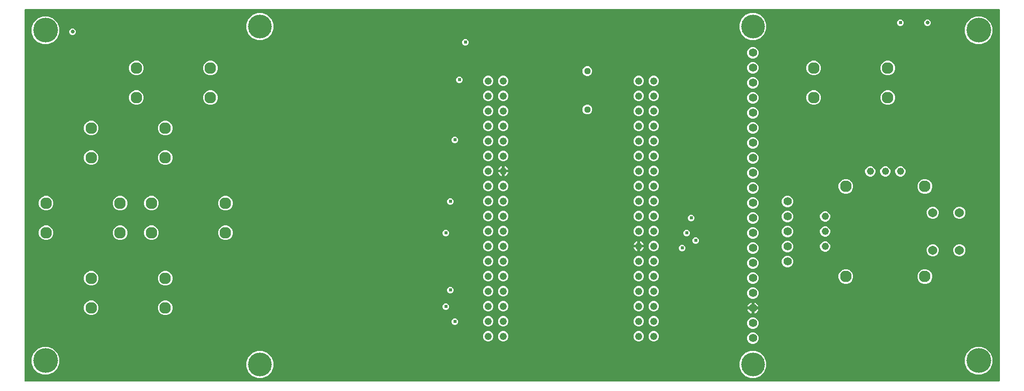
<source format=gbr>
G04 EAGLE Gerber RS-274X export*
G75*
%MOMM*%
%FSLAX34Y34*%
%LPD*%
%INCopper Layer 15*%
%IPPOS*%
%AMOC8*
5,1,8,0,0,1.08239X$1,22.5*%
G01*
%ADD10C,4.191000*%
%ADD11C,1.960000*%
%ADD12C,1.120000*%
%ADD13C,1.244600*%
%ADD14C,1.400000*%
%ADD15C,4.016000*%
%ADD16C,1.422400*%
%ADD17C,1.540000*%
%ADD18C,1.955800*%
%ADD19C,0.609600*%
%ADD20C,0.654800*%

G36*
X1647308Y2556D02*
X1647308Y2556D01*
X1647427Y2563D01*
X1647465Y2576D01*
X1647506Y2581D01*
X1647616Y2624D01*
X1647729Y2661D01*
X1647764Y2683D01*
X1647801Y2698D01*
X1647897Y2767D01*
X1647998Y2831D01*
X1648026Y2861D01*
X1648059Y2884D01*
X1648135Y2976D01*
X1648216Y3063D01*
X1648236Y3098D01*
X1648261Y3129D01*
X1648312Y3237D01*
X1648370Y3341D01*
X1648380Y3381D01*
X1648397Y3417D01*
X1648419Y3534D01*
X1648449Y3649D01*
X1648453Y3709D01*
X1648457Y3729D01*
X1648455Y3750D01*
X1648459Y3810D01*
X1648459Y631190D01*
X1648444Y631308D01*
X1648437Y631427D01*
X1648424Y631465D01*
X1648419Y631506D01*
X1648376Y631616D01*
X1648339Y631729D01*
X1648317Y631764D01*
X1648302Y631801D01*
X1648233Y631897D01*
X1648169Y631998D01*
X1648139Y632026D01*
X1648116Y632059D01*
X1648024Y632135D01*
X1647937Y632216D01*
X1647902Y632236D01*
X1647871Y632261D01*
X1647763Y632312D01*
X1647659Y632370D01*
X1647619Y632380D01*
X1647583Y632397D01*
X1647466Y632419D01*
X1647351Y632449D01*
X1647291Y632453D01*
X1647271Y632457D01*
X1647250Y632455D01*
X1647190Y632459D01*
X3810Y632459D01*
X3692Y632444D01*
X3573Y632437D01*
X3535Y632424D01*
X3494Y632419D01*
X3384Y632376D01*
X3271Y632339D01*
X3236Y632317D01*
X3199Y632302D01*
X3103Y632233D01*
X3002Y632169D01*
X2974Y632139D01*
X2941Y632116D01*
X2865Y632024D01*
X2784Y631937D01*
X2764Y631902D01*
X2739Y631871D01*
X2688Y631763D01*
X2630Y631659D01*
X2620Y631619D01*
X2603Y631583D01*
X2581Y631466D01*
X2551Y631351D01*
X2547Y631291D01*
X2543Y631271D01*
X2545Y631250D01*
X2541Y631190D01*
X2541Y3810D01*
X2556Y3692D01*
X2563Y3573D01*
X2576Y3535D01*
X2581Y3494D01*
X2624Y3384D01*
X2661Y3271D01*
X2683Y3236D01*
X2698Y3199D01*
X2767Y3103D01*
X2831Y3002D01*
X2861Y2974D01*
X2884Y2941D01*
X2976Y2865D01*
X3063Y2784D01*
X3098Y2764D01*
X3129Y2739D01*
X3237Y2688D01*
X3341Y2630D01*
X3381Y2620D01*
X3417Y2603D01*
X3534Y2581D01*
X3649Y2551D01*
X3709Y2547D01*
X3729Y2543D01*
X3750Y2545D01*
X3810Y2541D01*
X1647190Y2541D01*
X1647308Y2556D01*
G37*
%LPC*%
G36*
X1608226Y573404D02*
X1608226Y573404D01*
X1599591Y576981D01*
X1592981Y583591D01*
X1589404Y592226D01*
X1589404Y601574D01*
X1592981Y610209D01*
X1599591Y616819D01*
X1608226Y620396D01*
X1617574Y620396D01*
X1626209Y616819D01*
X1632819Y610209D01*
X1636396Y601574D01*
X1636396Y592226D01*
X1632819Y583591D01*
X1626209Y576981D01*
X1617574Y573404D01*
X1608226Y573404D01*
G37*
%LPD*%
%LPC*%
G36*
X33426Y573404D02*
X33426Y573404D01*
X24791Y576981D01*
X18181Y583591D01*
X14604Y592226D01*
X14604Y601574D01*
X18181Y610209D01*
X24791Y616819D01*
X33426Y620396D01*
X42774Y620396D01*
X51409Y616819D01*
X58019Y610209D01*
X61596Y601574D01*
X61596Y592226D01*
X58019Y583591D01*
X51409Y576981D01*
X42774Y573404D01*
X33426Y573404D01*
G37*
%LPD*%
%LPC*%
G36*
X33426Y14604D02*
X33426Y14604D01*
X24791Y18181D01*
X18181Y24791D01*
X14604Y33426D01*
X14604Y42774D01*
X18181Y51409D01*
X24791Y58019D01*
X33426Y61596D01*
X42774Y61596D01*
X51409Y58019D01*
X58019Y51409D01*
X61596Y42774D01*
X61596Y33426D01*
X58019Y24791D01*
X51409Y18181D01*
X42774Y14604D01*
X33426Y14604D01*
G37*
%LPD*%
%LPC*%
G36*
X1608226Y14604D02*
X1608226Y14604D01*
X1599591Y18181D01*
X1592981Y24791D01*
X1589404Y33426D01*
X1589404Y42774D01*
X1592981Y51409D01*
X1599591Y58019D01*
X1608226Y61596D01*
X1617574Y61596D01*
X1626209Y58019D01*
X1632819Y51409D01*
X1636396Y42774D01*
X1636396Y33426D01*
X1632819Y24791D01*
X1626209Y18181D01*
X1617574Y14604D01*
X1608226Y14604D01*
G37*
%LPD*%
%LPC*%
G36*
X1227400Y580629D02*
X1227400Y580629D01*
X1219086Y584073D01*
X1212723Y590436D01*
X1209279Y598750D01*
X1209279Y607750D01*
X1212723Y616064D01*
X1219086Y622427D01*
X1227400Y625871D01*
X1236400Y625871D01*
X1244714Y622427D01*
X1251077Y616064D01*
X1254521Y607750D01*
X1254521Y598750D01*
X1251077Y590436D01*
X1244714Y584073D01*
X1236400Y580629D01*
X1227400Y580629D01*
G37*
%LPD*%
%LPC*%
G36*
X395550Y580629D02*
X395550Y580629D01*
X387236Y584073D01*
X380873Y590436D01*
X377429Y598750D01*
X377429Y607750D01*
X380873Y616064D01*
X387236Y622427D01*
X395550Y625871D01*
X404550Y625871D01*
X412864Y622427D01*
X419227Y616064D01*
X422671Y607750D01*
X422671Y598750D01*
X419227Y590436D01*
X412864Y584073D01*
X404550Y580629D01*
X395550Y580629D01*
G37*
%LPD*%
%LPC*%
G36*
X395550Y9129D02*
X395550Y9129D01*
X387236Y12573D01*
X380873Y18936D01*
X377429Y27250D01*
X377429Y36250D01*
X380873Y44564D01*
X387236Y50927D01*
X395550Y54371D01*
X404550Y54371D01*
X412864Y50927D01*
X419227Y44564D01*
X422671Y36250D01*
X422671Y27250D01*
X419227Y18936D01*
X412864Y12573D01*
X404550Y9129D01*
X395550Y9129D01*
G37*
%LPD*%
%LPC*%
G36*
X1227400Y9129D02*
X1227400Y9129D01*
X1219086Y12573D01*
X1212723Y18936D01*
X1209279Y27250D01*
X1209279Y36250D01*
X1212723Y44564D01*
X1219086Y50927D01*
X1227400Y54371D01*
X1236400Y54371D01*
X1244714Y50927D01*
X1251077Y44564D01*
X1254521Y36250D01*
X1254521Y27250D01*
X1251077Y18936D01*
X1244714Y12573D01*
X1236400Y9129D01*
X1227400Y9129D01*
G37*
%LPD*%
%LPC*%
G36*
X161645Y292059D02*
X161645Y292059D01*
X157110Y293938D01*
X153638Y297410D01*
X151759Y301945D01*
X151759Y306855D01*
X153638Y311390D01*
X157110Y314862D01*
X161645Y316741D01*
X166555Y316741D01*
X171090Y314862D01*
X174562Y311390D01*
X176441Y306855D01*
X176441Y301945D01*
X174562Y297410D01*
X171090Y293938D01*
X166555Y292059D01*
X161645Y292059D01*
G37*
%LPD*%
%LPC*%
G36*
X237845Y419059D02*
X237845Y419059D01*
X233310Y420938D01*
X229838Y424410D01*
X227959Y428945D01*
X227959Y433855D01*
X229838Y438390D01*
X233310Y441862D01*
X237845Y443741D01*
X242755Y443741D01*
X247290Y441862D01*
X250762Y438390D01*
X252641Y433855D01*
X252641Y428945D01*
X250762Y424410D01*
X247290Y420938D01*
X242755Y419059D01*
X237845Y419059D01*
G37*
%LPD*%
%LPC*%
G36*
X237845Y165059D02*
X237845Y165059D01*
X233310Y166938D01*
X229838Y170410D01*
X227959Y174945D01*
X227959Y179855D01*
X229838Y184390D01*
X233310Y187862D01*
X237845Y189741D01*
X242755Y189741D01*
X247290Y187862D01*
X250762Y184390D01*
X252641Y179855D01*
X252641Y174945D01*
X250762Y170410D01*
X247290Y166938D01*
X242755Y165059D01*
X237845Y165059D01*
G37*
%LPD*%
%LPC*%
G36*
X339445Y242059D02*
X339445Y242059D01*
X334910Y243938D01*
X331438Y247410D01*
X329559Y251945D01*
X329559Y256855D01*
X331438Y261390D01*
X334910Y264862D01*
X339445Y266741D01*
X344355Y266741D01*
X348890Y264862D01*
X352362Y261390D01*
X354241Y256855D01*
X354241Y251945D01*
X352362Y247410D01*
X348890Y243938D01*
X344355Y242059D01*
X339445Y242059D01*
G37*
%LPD*%
%LPC*%
G36*
X112845Y165059D02*
X112845Y165059D01*
X108310Y166938D01*
X104838Y170410D01*
X102959Y174945D01*
X102959Y179855D01*
X104838Y184390D01*
X108310Y187862D01*
X112845Y189741D01*
X117755Y189741D01*
X122290Y187862D01*
X125762Y184390D01*
X127641Y179855D01*
X127641Y174945D01*
X125762Y170410D01*
X122290Y166938D01*
X117755Y165059D01*
X112845Y165059D01*
G37*
%LPD*%
%LPC*%
G36*
X1457045Y520659D02*
X1457045Y520659D01*
X1452510Y522538D01*
X1449038Y526010D01*
X1447159Y530545D01*
X1447159Y535455D01*
X1449038Y539990D01*
X1452510Y543462D01*
X1457045Y545341D01*
X1461955Y545341D01*
X1466490Y543462D01*
X1469962Y539990D01*
X1471841Y535455D01*
X1471841Y530545D01*
X1469962Y526010D01*
X1466490Y522538D01*
X1461955Y520659D01*
X1457045Y520659D01*
G37*
%LPD*%
%LPC*%
G36*
X1332045Y520659D02*
X1332045Y520659D01*
X1327510Y522538D01*
X1324038Y526010D01*
X1322159Y530545D01*
X1322159Y535455D01*
X1324038Y539990D01*
X1327510Y543462D01*
X1332045Y545341D01*
X1336955Y545341D01*
X1341490Y543462D01*
X1344962Y539990D01*
X1346841Y535455D01*
X1346841Y530545D01*
X1344962Y526010D01*
X1341490Y522538D01*
X1336955Y520659D01*
X1332045Y520659D01*
G37*
%LPD*%
%LPC*%
G36*
X314045Y520659D02*
X314045Y520659D01*
X309510Y522538D01*
X306038Y526010D01*
X304159Y530545D01*
X304159Y535455D01*
X306038Y539990D01*
X309510Y543462D01*
X314045Y545341D01*
X318955Y545341D01*
X323490Y543462D01*
X326962Y539990D01*
X328841Y535455D01*
X328841Y530545D01*
X326962Y526010D01*
X323490Y522538D01*
X318955Y520659D01*
X314045Y520659D01*
G37*
%LPD*%
%LPC*%
G36*
X189045Y520659D02*
X189045Y520659D01*
X184510Y522538D01*
X181038Y526010D01*
X179159Y530545D01*
X179159Y535455D01*
X181038Y539990D01*
X184510Y543462D01*
X189045Y545341D01*
X193955Y545341D01*
X198490Y543462D01*
X201962Y539990D01*
X203841Y535455D01*
X203841Y530545D01*
X201962Y526010D01*
X198490Y522538D01*
X193955Y520659D01*
X189045Y520659D01*
G37*
%LPD*%
%LPC*%
G36*
X237845Y115059D02*
X237845Y115059D01*
X233310Y116938D01*
X229838Y120410D01*
X227959Y124945D01*
X227959Y129855D01*
X229838Y134390D01*
X233310Y137862D01*
X237845Y139741D01*
X242755Y139741D01*
X247290Y137862D01*
X250762Y134390D01*
X252641Y129855D01*
X252641Y124945D01*
X250762Y120410D01*
X247290Y116938D01*
X242755Y115059D01*
X237845Y115059D01*
G37*
%LPD*%
%LPC*%
G36*
X36645Y242059D02*
X36645Y242059D01*
X32110Y243938D01*
X28638Y247410D01*
X26759Y251945D01*
X26759Y256855D01*
X28638Y261390D01*
X32110Y264862D01*
X36645Y266741D01*
X41555Y266741D01*
X46090Y264862D01*
X49562Y261390D01*
X51441Y256855D01*
X51441Y251945D01*
X49562Y247410D01*
X46090Y243938D01*
X41555Y242059D01*
X36645Y242059D01*
G37*
%LPD*%
%LPC*%
G36*
X112845Y115059D02*
X112845Y115059D01*
X108310Y116938D01*
X104838Y120410D01*
X102959Y124945D01*
X102959Y129855D01*
X104838Y134390D01*
X108310Y137862D01*
X112845Y139741D01*
X117755Y139741D01*
X122290Y137862D01*
X125762Y134390D01*
X127641Y129855D01*
X127641Y124945D01*
X125762Y120410D01*
X122290Y116938D01*
X117755Y115059D01*
X112845Y115059D01*
G37*
%LPD*%
%LPC*%
G36*
X237845Y369059D02*
X237845Y369059D01*
X233310Y370938D01*
X229838Y374410D01*
X227959Y378945D01*
X227959Y383855D01*
X229838Y388390D01*
X233310Y391862D01*
X237845Y393741D01*
X242755Y393741D01*
X247290Y391862D01*
X250762Y388390D01*
X252641Y383855D01*
X252641Y378945D01*
X250762Y374410D01*
X247290Y370938D01*
X242755Y369059D01*
X237845Y369059D01*
G37*
%LPD*%
%LPC*%
G36*
X112845Y369059D02*
X112845Y369059D01*
X108310Y370938D01*
X104838Y374410D01*
X102959Y378945D01*
X102959Y383855D01*
X104838Y388390D01*
X108310Y391862D01*
X112845Y393741D01*
X117755Y393741D01*
X122290Y391862D01*
X125762Y388390D01*
X127641Y383855D01*
X127641Y378945D01*
X125762Y374410D01*
X122290Y370938D01*
X117755Y369059D01*
X112845Y369059D01*
G37*
%LPD*%
%LPC*%
G36*
X161645Y242059D02*
X161645Y242059D01*
X157110Y243938D01*
X153638Y247410D01*
X151759Y251945D01*
X151759Y256855D01*
X153638Y261390D01*
X157110Y264862D01*
X161645Y266741D01*
X166555Y266741D01*
X171090Y264862D01*
X174562Y261390D01*
X176441Y256855D01*
X176441Y251945D01*
X174562Y247410D01*
X171090Y243938D01*
X166555Y242059D01*
X161645Y242059D01*
G37*
%LPD*%
%LPC*%
G36*
X112845Y419059D02*
X112845Y419059D01*
X108310Y420938D01*
X104838Y424410D01*
X102959Y428945D01*
X102959Y433855D01*
X104838Y438390D01*
X108310Y441862D01*
X112845Y443741D01*
X117755Y443741D01*
X122290Y441862D01*
X125762Y438390D01*
X127641Y433855D01*
X127641Y428945D01*
X125762Y424410D01*
X122290Y420938D01*
X117755Y419059D01*
X112845Y419059D01*
G37*
%LPD*%
%LPC*%
G36*
X1457045Y470659D02*
X1457045Y470659D01*
X1452510Y472538D01*
X1449038Y476010D01*
X1447159Y480545D01*
X1447159Y485455D01*
X1449038Y489990D01*
X1452510Y493462D01*
X1457045Y495341D01*
X1461955Y495341D01*
X1466490Y493462D01*
X1469962Y489990D01*
X1471841Y485455D01*
X1471841Y480545D01*
X1469962Y476010D01*
X1466490Y472538D01*
X1461955Y470659D01*
X1457045Y470659D01*
G37*
%LPD*%
%LPC*%
G36*
X1332045Y470659D02*
X1332045Y470659D01*
X1327510Y472538D01*
X1324038Y476010D01*
X1322159Y480545D01*
X1322159Y485455D01*
X1324038Y489990D01*
X1327510Y493462D01*
X1332045Y495341D01*
X1336955Y495341D01*
X1341490Y493462D01*
X1344962Y489990D01*
X1346841Y485455D01*
X1346841Y480545D01*
X1344962Y476010D01*
X1341490Y472538D01*
X1336955Y470659D01*
X1332045Y470659D01*
G37*
%LPD*%
%LPC*%
G36*
X314045Y470659D02*
X314045Y470659D01*
X309510Y472538D01*
X306038Y476010D01*
X304159Y480545D01*
X304159Y485455D01*
X306038Y489990D01*
X309510Y493462D01*
X314045Y495341D01*
X318955Y495341D01*
X323490Y493462D01*
X326962Y489990D01*
X328841Y485455D01*
X328841Y480545D01*
X326962Y476010D01*
X323490Y472538D01*
X318955Y470659D01*
X314045Y470659D01*
G37*
%LPD*%
%LPC*%
G36*
X189045Y470659D02*
X189045Y470659D01*
X184510Y472538D01*
X181038Y476010D01*
X179159Y480545D01*
X179159Y485455D01*
X181038Y489990D01*
X184510Y493462D01*
X189045Y495341D01*
X193955Y495341D01*
X198490Y493462D01*
X201962Y489990D01*
X203841Y485455D01*
X203841Y480545D01*
X201962Y476010D01*
X198490Y472538D01*
X193955Y470659D01*
X189045Y470659D01*
G37*
%LPD*%
%LPC*%
G36*
X339445Y292059D02*
X339445Y292059D01*
X334910Y293938D01*
X331438Y297410D01*
X329559Y301945D01*
X329559Y306855D01*
X331438Y311390D01*
X334910Y314862D01*
X339445Y316741D01*
X344355Y316741D01*
X348890Y314862D01*
X352362Y311390D01*
X354241Y306855D01*
X354241Y301945D01*
X352362Y297410D01*
X348890Y293938D01*
X344355Y292059D01*
X339445Y292059D01*
G37*
%LPD*%
%LPC*%
G36*
X214445Y292059D02*
X214445Y292059D01*
X209910Y293938D01*
X206438Y297410D01*
X204559Y301945D01*
X204559Y306855D01*
X206438Y311390D01*
X209910Y314862D01*
X214445Y316741D01*
X219355Y316741D01*
X223890Y314862D01*
X227362Y311390D01*
X229241Y306855D01*
X229241Y301945D01*
X227362Y297410D01*
X223890Y293938D01*
X219355Y292059D01*
X214445Y292059D01*
G37*
%LPD*%
%LPC*%
G36*
X214445Y242059D02*
X214445Y242059D01*
X209910Y243938D01*
X206438Y247410D01*
X204559Y251945D01*
X204559Y256855D01*
X206438Y261390D01*
X209910Y264862D01*
X214445Y266741D01*
X219355Y266741D01*
X223890Y264862D01*
X227362Y261390D01*
X229241Y256855D01*
X229241Y251945D01*
X227362Y247410D01*
X223890Y243938D01*
X219355Y242059D01*
X214445Y242059D01*
G37*
%LPD*%
%LPC*%
G36*
X36645Y292059D02*
X36645Y292059D01*
X32110Y293938D01*
X28638Y297410D01*
X26759Y301945D01*
X26759Y306855D01*
X28638Y311390D01*
X32110Y314862D01*
X36645Y316741D01*
X41555Y316741D01*
X46090Y314862D01*
X49562Y311390D01*
X51441Y306855D01*
X51441Y301945D01*
X49562Y297410D01*
X46090Y293938D01*
X41555Y292059D01*
X36645Y292059D01*
G37*
%LPD*%
%LPC*%
G36*
X1386294Y320420D02*
X1386294Y320420D01*
X1381766Y322296D01*
X1378301Y325761D01*
X1376425Y330289D01*
X1376425Y335191D01*
X1378301Y339719D01*
X1381766Y343184D01*
X1386294Y345060D01*
X1391196Y345060D01*
X1395724Y343184D01*
X1399189Y339719D01*
X1401065Y335191D01*
X1401065Y330289D01*
X1399189Y325761D01*
X1395724Y322296D01*
X1391196Y320420D01*
X1386294Y320420D01*
G37*
%LPD*%
%LPC*%
G36*
X1519644Y168020D02*
X1519644Y168020D01*
X1515116Y169896D01*
X1511651Y173361D01*
X1509775Y177889D01*
X1509775Y182791D01*
X1511651Y187319D01*
X1515116Y190784D01*
X1519644Y192660D01*
X1524546Y192660D01*
X1529074Y190784D01*
X1532539Y187319D01*
X1534415Y182791D01*
X1534415Y177889D01*
X1532539Y173361D01*
X1529074Y169896D01*
X1524546Y168020D01*
X1519644Y168020D01*
G37*
%LPD*%
%LPC*%
G36*
X1386294Y168020D02*
X1386294Y168020D01*
X1381766Y169896D01*
X1378301Y173361D01*
X1376425Y177889D01*
X1376425Y182791D01*
X1378301Y187319D01*
X1381766Y190784D01*
X1386294Y192660D01*
X1391196Y192660D01*
X1395724Y190784D01*
X1399189Y187319D01*
X1401065Y182791D01*
X1401065Y177889D01*
X1399189Y173361D01*
X1395724Y169896D01*
X1391196Y168020D01*
X1386294Y168020D01*
G37*
%LPD*%
%LPC*%
G36*
X1519644Y320420D02*
X1519644Y320420D01*
X1515116Y322296D01*
X1511651Y325761D01*
X1509775Y330289D01*
X1509775Y335191D01*
X1511651Y339719D01*
X1515116Y343184D01*
X1519644Y345060D01*
X1524546Y345060D01*
X1529074Y343184D01*
X1532539Y339719D01*
X1534415Y335191D01*
X1534415Y330289D01*
X1532539Y325761D01*
X1529074Y322296D01*
X1524546Y320420D01*
X1519644Y320420D01*
G37*
%LPD*%
%LPC*%
G36*
X1578393Y214549D02*
X1578393Y214549D01*
X1574629Y216108D01*
X1571748Y218989D01*
X1570189Y222753D01*
X1570189Y226827D01*
X1571748Y230591D01*
X1574629Y233472D01*
X1578393Y235031D01*
X1582467Y235031D01*
X1586231Y233472D01*
X1589112Y230591D01*
X1590671Y226827D01*
X1590671Y222753D01*
X1589112Y218989D01*
X1586231Y216108D01*
X1582467Y214549D01*
X1578393Y214549D01*
G37*
%LPD*%
%LPC*%
G36*
X1533393Y278049D02*
X1533393Y278049D01*
X1529629Y279608D01*
X1526748Y282489D01*
X1525189Y286253D01*
X1525189Y290327D01*
X1526748Y294091D01*
X1529629Y296972D01*
X1533393Y298531D01*
X1537467Y298531D01*
X1541231Y296972D01*
X1544112Y294091D01*
X1545671Y290327D01*
X1545671Y286253D01*
X1544112Y282489D01*
X1541231Y279608D01*
X1537467Y278049D01*
X1533393Y278049D01*
G37*
%LPD*%
%LPC*%
G36*
X1578393Y278049D02*
X1578393Y278049D01*
X1574629Y279608D01*
X1571748Y282489D01*
X1570189Y286253D01*
X1570189Y290327D01*
X1571748Y294091D01*
X1574629Y296972D01*
X1578393Y298531D01*
X1582467Y298531D01*
X1586231Y296972D01*
X1589112Y294091D01*
X1590671Y290327D01*
X1590671Y286253D01*
X1589112Y282489D01*
X1586231Y279608D01*
X1582467Y278049D01*
X1578393Y278049D01*
G37*
%LPD*%
%LPC*%
G36*
X1533393Y214549D02*
X1533393Y214549D01*
X1529629Y216108D01*
X1526748Y218989D01*
X1525189Y222753D01*
X1525189Y226827D01*
X1526748Y230591D01*
X1529629Y233472D01*
X1533393Y235031D01*
X1537467Y235031D01*
X1541231Y233472D01*
X1544112Y230591D01*
X1545671Y226827D01*
X1545671Y222753D01*
X1544112Y218989D01*
X1541231Y216108D01*
X1537467Y214549D01*
X1533393Y214549D01*
G37*
%LPD*%
%LPC*%
G36*
X1288400Y221487D02*
X1288400Y221487D01*
X1284852Y222957D01*
X1282137Y225672D01*
X1280667Y229220D01*
X1280667Y233060D01*
X1282137Y236608D01*
X1284852Y239323D01*
X1288400Y240793D01*
X1292240Y240793D01*
X1295788Y239323D01*
X1298503Y236608D01*
X1299973Y233060D01*
X1299973Y229220D01*
X1298503Y225672D01*
X1295788Y222957D01*
X1292240Y221487D01*
X1288400Y221487D01*
G37*
%LPD*%
%LPC*%
G36*
X1288400Y246887D02*
X1288400Y246887D01*
X1284852Y248357D01*
X1282137Y251072D01*
X1280667Y254620D01*
X1280667Y258460D01*
X1282137Y262008D01*
X1284852Y264723D01*
X1288400Y266193D01*
X1292240Y266193D01*
X1295788Y264723D01*
X1298503Y262008D01*
X1299973Y258460D01*
X1299973Y254620D01*
X1298503Y251072D01*
X1295788Y248357D01*
X1292240Y246887D01*
X1288400Y246887D01*
G37*
%LPD*%
%LPC*%
G36*
X1288400Y297687D02*
X1288400Y297687D01*
X1284852Y299157D01*
X1282137Y301872D01*
X1280667Y305420D01*
X1280667Y309260D01*
X1282137Y312808D01*
X1284852Y315523D01*
X1288400Y316993D01*
X1292240Y316993D01*
X1295788Y315523D01*
X1298503Y312808D01*
X1299973Y309260D01*
X1299973Y305420D01*
X1298503Y301872D01*
X1295788Y299157D01*
X1292240Y297687D01*
X1288400Y297687D01*
G37*
%LPD*%
%LPC*%
G36*
X1288400Y196087D02*
X1288400Y196087D01*
X1284852Y197557D01*
X1282137Y200272D01*
X1280667Y203820D01*
X1280667Y207660D01*
X1282137Y211208D01*
X1284852Y213923D01*
X1288400Y215393D01*
X1292240Y215393D01*
X1295788Y213923D01*
X1298503Y211208D01*
X1299973Y207660D01*
X1299973Y203820D01*
X1298503Y200272D01*
X1295788Y197557D01*
X1292240Y196087D01*
X1288400Y196087D01*
G37*
%LPD*%
%LPC*%
G36*
X1288400Y272287D02*
X1288400Y272287D01*
X1284852Y273757D01*
X1282137Y276472D01*
X1280667Y280020D01*
X1280667Y283860D01*
X1282137Y287408D01*
X1284852Y290123D01*
X1288400Y291593D01*
X1292240Y291593D01*
X1295788Y290123D01*
X1298503Y287408D01*
X1299973Y283860D01*
X1299973Y280020D01*
X1298503Y276472D01*
X1295788Y273757D01*
X1292240Y272287D01*
X1288400Y272287D01*
G37*
%LPD*%
%LPC*%
G36*
X1230002Y219059D02*
X1230002Y219059D01*
X1226496Y220512D01*
X1223812Y223196D01*
X1222359Y226702D01*
X1222359Y230498D01*
X1223812Y234004D01*
X1226496Y236688D01*
X1230002Y238141D01*
X1233798Y238141D01*
X1237304Y236688D01*
X1239988Y234004D01*
X1241441Y230498D01*
X1241441Y226702D01*
X1239988Y223196D01*
X1237304Y220512D01*
X1233798Y219059D01*
X1230002Y219059D01*
G37*
%LPD*%
%LPC*%
G36*
X1230002Y549259D02*
X1230002Y549259D01*
X1226496Y550712D01*
X1223812Y553396D01*
X1222359Y556902D01*
X1222359Y560698D01*
X1223812Y564204D01*
X1226496Y566888D01*
X1230002Y568341D01*
X1233798Y568341D01*
X1237304Y566888D01*
X1239988Y564204D01*
X1241441Y560698D01*
X1241441Y556902D01*
X1239988Y553396D01*
X1237304Y550712D01*
X1233798Y549259D01*
X1230002Y549259D01*
G37*
%LPD*%
%LPC*%
G36*
X1230002Y523859D02*
X1230002Y523859D01*
X1226496Y525312D01*
X1223812Y527996D01*
X1222359Y531502D01*
X1222359Y535298D01*
X1223812Y538804D01*
X1226496Y541488D01*
X1230002Y542941D01*
X1233798Y542941D01*
X1237304Y541488D01*
X1239988Y538804D01*
X1241441Y535298D01*
X1241441Y531502D01*
X1239988Y527996D01*
X1237304Y525312D01*
X1233798Y523859D01*
X1230002Y523859D01*
G37*
%LPD*%
%LPC*%
G36*
X1230002Y371459D02*
X1230002Y371459D01*
X1226496Y372912D01*
X1223812Y375596D01*
X1222359Y379102D01*
X1222359Y382898D01*
X1223812Y386404D01*
X1226496Y389088D01*
X1230002Y390541D01*
X1233798Y390541D01*
X1237304Y389088D01*
X1239988Y386404D01*
X1241441Y382898D01*
X1241441Y379102D01*
X1239988Y375596D01*
X1237304Y372912D01*
X1233798Y371459D01*
X1230002Y371459D01*
G37*
%LPD*%
%LPC*%
G36*
X1230002Y295259D02*
X1230002Y295259D01*
X1226496Y296712D01*
X1223812Y299396D01*
X1222359Y302902D01*
X1222359Y306698D01*
X1223812Y310204D01*
X1226496Y312888D01*
X1230002Y314341D01*
X1233798Y314341D01*
X1237304Y312888D01*
X1239988Y310204D01*
X1241441Y306698D01*
X1241441Y302902D01*
X1239988Y299396D01*
X1237304Y296712D01*
X1233798Y295259D01*
X1230002Y295259D01*
G37*
%LPD*%
%LPC*%
G36*
X1230002Y498459D02*
X1230002Y498459D01*
X1226496Y499912D01*
X1223812Y502596D01*
X1222359Y506102D01*
X1222359Y509898D01*
X1223812Y513404D01*
X1226496Y516088D01*
X1230002Y517541D01*
X1233798Y517541D01*
X1237304Y516088D01*
X1239988Y513404D01*
X1241441Y509898D01*
X1241441Y506102D01*
X1239988Y502596D01*
X1237304Y499912D01*
X1233798Y498459D01*
X1230002Y498459D01*
G37*
%LPD*%
%LPC*%
G36*
X1230002Y422259D02*
X1230002Y422259D01*
X1226496Y423712D01*
X1223812Y426396D01*
X1222359Y429902D01*
X1222359Y433698D01*
X1223812Y437204D01*
X1226496Y439888D01*
X1230002Y441341D01*
X1233798Y441341D01*
X1237304Y439888D01*
X1239988Y437204D01*
X1241441Y433698D01*
X1241441Y429902D01*
X1239988Y426396D01*
X1237304Y423712D01*
X1233798Y422259D01*
X1230002Y422259D01*
G37*
%LPD*%
%LPC*%
G36*
X1230002Y244459D02*
X1230002Y244459D01*
X1226496Y245912D01*
X1223812Y248596D01*
X1222359Y252102D01*
X1222359Y255898D01*
X1223812Y259404D01*
X1226496Y262088D01*
X1230002Y263541D01*
X1233798Y263541D01*
X1237304Y262088D01*
X1239988Y259404D01*
X1241441Y255898D01*
X1241441Y252102D01*
X1239988Y248596D01*
X1237304Y245912D01*
X1233798Y244459D01*
X1230002Y244459D01*
G37*
%LPD*%
%LPC*%
G36*
X1230002Y346059D02*
X1230002Y346059D01*
X1226496Y347512D01*
X1223812Y350196D01*
X1222359Y353702D01*
X1222359Y357498D01*
X1223812Y361004D01*
X1226496Y363688D01*
X1230002Y365141D01*
X1233798Y365141D01*
X1237304Y363688D01*
X1239988Y361004D01*
X1241441Y357498D01*
X1241441Y353702D01*
X1239988Y350196D01*
X1237304Y347512D01*
X1233798Y346059D01*
X1230002Y346059D01*
G37*
%LPD*%
%LPC*%
G36*
X1230002Y473059D02*
X1230002Y473059D01*
X1226496Y474512D01*
X1223812Y477196D01*
X1222359Y480702D01*
X1222359Y484498D01*
X1223812Y488004D01*
X1226496Y490688D01*
X1230002Y492141D01*
X1233798Y492141D01*
X1237304Y490688D01*
X1239988Y488004D01*
X1241441Y484498D01*
X1241441Y480702D01*
X1239988Y477196D01*
X1237304Y474512D01*
X1233798Y473059D01*
X1230002Y473059D01*
G37*
%LPD*%
%LPC*%
G36*
X1230002Y193659D02*
X1230002Y193659D01*
X1226496Y195112D01*
X1223812Y197796D01*
X1222359Y201302D01*
X1222359Y205098D01*
X1223812Y208604D01*
X1226496Y211288D01*
X1230002Y212741D01*
X1233798Y212741D01*
X1237304Y211288D01*
X1239988Y208604D01*
X1241441Y205098D01*
X1241441Y201302D01*
X1239988Y197796D01*
X1237304Y195112D01*
X1233798Y193659D01*
X1230002Y193659D01*
G37*
%LPD*%
%LPC*%
G36*
X1230002Y320659D02*
X1230002Y320659D01*
X1226496Y322112D01*
X1223812Y324796D01*
X1222359Y328302D01*
X1222359Y332098D01*
X1223812Y335604D01*
X1226496Y338288D01*
X1230002Y339741D01*
X1233798Y339741D01*
X1237304Y338288D01*
X1239988Y335604D01*
X1241441Y332098D01*
X1241441Y328302D01*
X1239988Y324796D01*
X1237304Y322112D01*
X1233798Y320659D01*
X1230002Y320659D01*
G37*
%LPD*%
%LPC*%
G36*
X1230002Y447659D02*
X1230002Y447659D01*
X1226496Y449112D01*
X1223812Y451796D01*
X1222359Y455302D01*
X1222359Y459098D01*
X1223812Y462604D01*
X1226496Y465288D01*
X1230002Y466741D01*
X1233798Y466741D01*
X1237304Y465288D01*
X1239988Y462604D01*
X1241441Y459098D01*
X1241441Y455302D01*
X1239988Y451796D01*
X1237304Y449112D01*
X1233798Y447659D01*
X1230002Y447659D01*
G37*
%LPD*%
%LPC*%
G36*
X1230002Y142859D02*
X1230002Y142859D01*
X1226496Y144312D01*
X1223812Y146996D01*
X1222359Y150502D01*
X1222359Y154298D01*
X1223812Y157804D01*
X1226496Y160488D01*
X1230002Y161941D01*
X1233798Y161941D01*
X1237304Y160488D01*
X1239988Y157804D01*
X1241441Y154298D01*
X1241441Y150502D01*
X1239988Y146996D01*
X1237304Y144312D01*
X1233798Y142859D01*
X1230002Y142859D01*
G37*
%LPD*%
%LPC*%
G36*
X1230002Y269859D02*
X1230002Y269859D01*
X1226496Y271312D01*
X1223812Y273996D01*
X1222359Y277502D01*
X1222359Y281298D01*
X1223812Y284804D01*
X1226496Y287488D01*
X1230002Y288941D01*
X1233798Y288941D01*
X1237304Y287488D01*
X1239988Y284804D01*
X1241441Y281298D01*
X1241441Y277502D01*
X1239988Y273996D01*
X1237304Y271312D01*
X1233798Y269859D01*
X1230002Y269859D01*
G37*
%LPD*%
%LPC*%
G36*
X1230002Y92059D02*
X1230002Y92059D01*
X1226496Y93512D01*
X1223812Y96196D01*
X1222359Y99702D01*
X1222359Y103498D01*
X1223812Y107004D01*
X1226496Y109688D01*
X1230002Y111141D01*
X1233798Y111141D01*
X1237304Y109688D01*
X1239988Y107004D01*
X1241441Y103498D01*
X1241441Y99702D01*
X1239988Y96196D01*
X1237304Y93512D01*
X1233798Y92059D01*
X1230002Y92059D01*
G37*
%LPD*%
%LPC*%
G36*
X1230002Y66659D02*
X1230002Y66659D01*
X1226496Y68112D01*
X1223812Y70796D01*
X1222359Y74302D01*
X1222359Y78098D01*
X1223812Y81604D01*
X1226496Y84288D01*
X1230002Y85741D01*
X1233798Y85741D01*
X1237304Y84288D01*
X1239988Y81604D01*
X1241441Y78098D01*
X1241441Y74302D01*
X1239988Y70796D01*
X1237304Y68112D01*
X1233798Y66659D01*
X1230002Y66659D01*
G37*
%LPD*%
%LPC*%
G36*
X1230002Y396859D02*
X1230002Y396859D01*
X1226496Y398312D01*
X1223812Y400996D01*
X1222359Y404502D01*
X1222359Y408298D01*
X1223812Y411804D01*
X1226496Y414488D01*
X1230002Y415941D01*
X1233798Y415941D01*
X1237304Y414488D01*
X1239988Y411804D01*
X1241441Y408298D01*
X1241441Y404502D01*
X1239988Y400996D01*
X1237304Y398312D01*
X1233798Y396859D01*
X1230002Y396859D01*
G37*
%LPD*%
%LPC*%
G36*
X1230002Y168259D02*
X1230002Y168259D01*
X1226496Y169712D01*
X1223812Y172396D01*
X1222359Y175902D01*
X1222359Y179698D01*
X1223812Y183204D01*
X1226496Y185888D01*
X1230002Y187341D01*
X1233798Y187341D01*
X1237304Y185888D01*
X1239988Y183204D01*
X1241441Y179698D01*
X1241441Y175902D01*
X1239988Y172396D01*
X1237304Y169712D01*
X1233798Y168259D01*
X1230002Y168259D01*
G37*
%LPD*%
%LPC*%
G36*
X1037377Y400856D02*
X1037377Y400856D01*
X1034156Y402190D01*
X1031690Y404656D01*
X1030356Y407877D01*
X1030356Y411363D01*
X1031690Y414584D01*
X1034156Y417050D01*
X1037377Y418384D01*
X1040863Y418384D01*
X1044084Y417050D01*
X1046550Y414584D01*
X1047884Y411363D01*
X1047884Y407877D01*
X1046550Y404656D01*
X1044084Y402190D01*
X1040863Y400856D01*
X1037377Y400856D01*
G37*
%LPD*%
%LPC*%
G36*
X808777Y400856D02*
X808777Y400856D01*
X805556Y402190D01*
X803090Y404656D01*
X801756Y407877D01*
X801756Y411363D01*
X803090Y414584D01*
X805556Y417050D01*
X808777Y418384D01*
X812263Y418384D01*
X815484Y417050D01*
X817950Y414584D01*
X819284Y411363D01*
X819284Y407877D01*
X817950Y404656D01*
X815484Y402190D01*
X812263Y400856D01*
X808777Y400856D01*
G37*
%LPD*%
%LPC*%
G36*
X783377Y400856D02*
X783377Y400856D01*
X780156Y402190D01*
X777690Y404656D01*
X776356Y407877D01*
X776356Y411363D01*
X777690Y414584D01*
X780156Y417050D01*
X783377Y418384D01*
X786863Y418384D01*
X790084Y417050D01*
X792550Y414584D01*
X793884Y411363D01*
X793884Y407877D01*
X792550Y404656D01*
X790084Y402190D01*
X786863Y400856D01*
X783377Y400856D01*
G37*
%LPD*%
%LPC*%
G36*
X1062777Y375456D02*
X1062777Y375456D01*
X1059556Y376790D01*
X1057090Y379256D01*
X1055756Y382477D01*
X1055756Y385963D01*
X1057090Y389184D01*
X1059556Y391650D01*
X1062777Y392984D01*
X1066263Y392984D01*
X1069484Y391650D01*
X1071950Y389184D01*
X1073284Y385963D01*
X1073284Y382477D01*
X1071950Y379256D01*
X1069484Y376790D01*
X1066263Y375456D01*
X1062777Y375456D01*
G37*
%LPD*%
%LPC*%
G36*
X1037377Y375456D02*
X1037377Y375456D01*
X1034156Y376790D01*
X1031690Y379256D01*
X1030356Y382477D01*
X1030356Y385963D01*
X1031690Y389184D01*
X1034156Y391650D01*
X1037377Y392984D01*
X1040863Y392984D01*
X1044084Y391650D01*
X1046550Y389184D01*
X1047884Y385963D01*
X1047884Y382477D01*
X1046550Y379256D01*
X1044084Y376790D01*
X1040863Y375456D01*
X1037377Y375456D01*
G37*
%LPD*%
%LPC*%
G36*
X808777Y375456D02*
X808777Y375456D01*
X805556Y376790D01*
X803090Y379256D01*
X801756Y382477D01*
X801756Y385963D01*
X803090Y389184D01*
X805556Y391650D01*
X808777Y392984D01*
X812263Y392984D01*
X815484Y391650D01*
X817950Y389184D01*
X819284Y385963D01*
X819284Y382477D01*
X817950Y379256D01*
X815484Y376790D01*
X812263Y375456D01*
X808777Y375456D01*
G37*
%LPD*%
%LPC*%
G36*
X783377Y375456D02*
X783377Y375456D01*
X780156Y376790D01*
X777690Y379256D01*
X776356Y382477D01*
X776356Y385963D01*
X777690Y389184D01*
X780156Y391650D01*
X783377Y392984D01*
X786863Y392984D01*
X790084Y391650D01*
X792550Y389184D01*
X793884Y385963D01*
X793884Y382477D01*
X792550Y379256D01*
X790084Y376790D01*
X786863Y375456D01*
X783377Y375456D01*
G37*
%LPD*%
%LPC*%
G36*
X1037377Y350056D02*
X1037377Y350056D01*
X1034156Y351390D01*
X1031690Y353856D01*
X1030356Y357077D01*
X1030356Y360563D01*
X1031690Y363784D01*
X1034156Y366250D01*
X1037377Y367584D01*
X1040863Y367584D01*
X1044084Y366250D01*
X1046550Y363784D01*
X1047884Y360563D01*
X1047884Y357077D01*
X1046550Y353856D01*
X1044084Y351390D01*
X1040863Y350056D01*
X1037377Y350056D01*
G37*
%LPD*%
%LPC*%
G36*
X783377Y350056D02*
X783377Y350056D01*
X780156Y351390D01*
X777690Y353856D01*
X776356Y357077D01*
X776356Y360563D01*
X777690Y363784D01*
X780156Y366250D01*
X783377Y367584D01*
X786863Y367584D01*
X790084Y366250D01*
X792550Y363784D01*
X793884Y360563D01*
X793884Y357077D01*
X792550Y353856D01*
X790084Y351390D01*
X786863Y350056D01*
X783377Y350056D01*
G37*
%LPD*%
%LPC*%
G36*
X1062777Y350056D02*
X1062777Y350056D01*
X1059556Y351390D01*
X1057090Y353856D01*
X1055756Y357077D01*
X1055756Y360563D01*
X1057090Y363784D01*
X1059556Y366250D01*
X1062777Y367584D01*
X1066263Y367584D01*
X1069484Y366250D01*
X1071950Y363784D01*
X1073284Y360563D01*
X1073284Y357077D01*
X1071950Y353856D01*
X1069484Y351390D01*
X1066263Y350056D01*
X1062777Y350056D01*
G37*
%LPD*%
%LPC*%
G36*
X1479077Y349376D02*
X1479077Y349376D01*
X1475856Y350710D01*
X1473390Y353176D01*
X1472056Y356397D01*
X1472056Y359883D01*
X1473390Y363104D01*
X1475856Y365570D01*
X1479077Y366904D01*
X1482563Y366904D01*
X1485784Y365570D01*
X1488250Y363104D01*
X1489584Y359883D01*
X1489584Y356397D01*
X1488250Y353176D01*
X1485784Y350710D01*
X1482563Y349376D01*
X1479077Y349376D01*
G37*
%LPD*%
%LPC*%
G36*
X1453677Y349376D02*
X1453677Y349376D01*
X1450456Y350710D01*
X1447990Y353176D01*
X1446656Y356397D01*
X1446656Y359883D01*
X1447990Y363104D01*
X1450456Y365570D01*
X1453677Y366904D01*
X1457163Y366904D01*
X1460384Y365570D01*
X1462850Y363104D01*
X1464184Y359883D01*
X1464184Y356397D01*
X1462850Y353176D01*
X1460384Y350710D01*
X1457163Y349376D01*
X1453677Y349376D01*
G37*
%LPD*%
%LPC*%
G36*
X1062777Y324656D02*
X1062777Y324656D01*
X1059556Y325990D01*
X1057090Y328456D01*
X1055756Y331677D01*
X1055756Y335163D01*
X1057090Y338384D01*
X1059556Y340850D01*
X1062777Y342184D01*
X1066263Y342184D01*
X1069484Y340850D01*
X1071950Y338384D01*
X1073284Y335163D01*
X1073284Y331677D01*
X1071950Y328456D01*
X1069484Y325990D01*
X1066263Y324656D01*
X1062777Y324656D01*
G37*
%LPD*%
%LPC*%
G36*
X1037377Y324656D02*
X1037377Y324656D01*
X1034156Y325990D01*
X1031690Y328456D01*
X1030356Y331677D01*
X1030356Y335163D01*
X1031690Y338384D01*
X1034156Y340850D01*
X1037377Y342184D01*
X1040863Y342184D01*
X1044084Y340850D01*
X1046550Y338384D01*
X1047884Y335163D01*
X1047884Y331677D01*
X1046550Y328456D01*
X1044084Y325990D01*
X1040863Y324656D01*
X1037377Y324656D01*
G37*
%LPD*%
%LPC*%
G36*
X808777Y324656D02*
X808777Y324656D01*
X805556Y325990D01*
X803090Y328456D01*
X801756Y331677D01*
X801756Y335163D01*
X803090Y338384D01*
X805556Y340850D01*
X808777Y342184D01*
X812263Y342184D01*
X815484Y340850D01*
X817950Y338384D01*
X819284Y335163D01*
X819284Y331677D01*
X817950Y328456D01*
X815484Y325990D01*
X812263Y324656D01*
X808777Y324656D01*
G37*
%LPD*%
%LPC*%
G36*
X783377Y324656D02*
X783377Y324656D01*
X780156Y325990D01*
X777690Y328456D01*
X776356Y331677D01*
X776356Y335163D01*
X777690Y338384D01*
X780156Y340850D01*
X783377Y342184D01*
X786863Y342184D01*
X790084Y340850D01*
X792550Y338384D01*
X793884Y335163D01*
X793884Y331677D01*
X792550Y328456D01*
X790084Y325990D01*
X786863Y324656D01*
X783377Y324656D01*
G37*
%LPD*%
%LPC*%
G36*
X1062777Y299256D02*
X1062777Y299256D01*
X1059556Y300590D01*
X1057090Y303056D01*
X1055756Y306277D01*
X1055756Y309763D01*
X1057090Y312984D01*
X1059556Y315450D01*
X1062777Y316784D01*
X1066263Y316784D01*
X1069484Y315450D01*
X1071950Y312984D01*
X1073284Y309763D01*
X1073284Y306277D01*
X1071950Y303056D01*
X1069484Y300590D01*
X1066263Y299256D01*
X1062777Y299256D01*
G37*
%LPD*%
%LPC*%
G36*
X1037377Y299256D02*
X1037377Y299256D01*
X1034156Y300590D01*
X1031690Y303056D01*
X1030356Y306277D01*
X1030356Y309763D01*
X1031690Y312984D01*
X1034156Y315450D01*
X1037377Y316784D01*
X1040863Y316784D01*
X1044084Y315450D01*
X1046550Y312984D01*
X1047884Y309763D01*
X1047884Y306277D01*
X1046550Y303056D01*
X1044084Y300590D01*
X1040863Y299256D01*
X1037377Y299256D01*
G37*
%LPD*%
%LPC*%
G36*
X808777Y299256D02*
X808777Y299256D01*
X805556Y300590D01*
X803090Y303056D01*
X801756Y306277D01*
X801756Y309763D01*
X803090Y312984D01*
X805556Y315450D01*
X808777Y316784D01*
X812263Y316784D01*
X815484Y315450D01*
X817950Y312984D01*
X819284Y309763D01*
X819284Y306277D01*
X817950Y303056D01*
X815484Y300590D01*
X812263Y299256D01*
X808777Y299256D01*
G37*
%LPD*%
%LPC*%
G36*
X783377Y299256D02*
X783377Y299256D01*
X780156Y300590D01*
X777690Y303056D01*
X776356Y306277D01*
X776356Y309763D01*
X777690Y312984D01*
X780156Y315450D01*
X783377Y316784D01*
X786863Y316784D01*
X790084Y315450D01*
X792550Y312984D01*
X793884Y309763D01*
X793884Y306277D01*
X792550Y303056D01*
X790084Y300590D01*
X786863Y299256D01*
X783377Y299256D01*
G37*
%LPD*%
%LPC*%
G36*
X1428277Y349376D02*
X1428277Y349376D01*
X1425056Y350710D01*
X1422590Y353176D01*
X1421256Y356397D01*
X1421256Y359883D01*
X1422590Y363104D01*
X1425056Y365570D01*
X1428277Y366904D01*
X1431763Y366904D01*
X1434984Y365570D01*
X1437450Y363104D01*
X1438784Y359883D01*
X1438784Y356397D01*
X1437450Y353176D01*
X1434984Y350710D01*
X1431763Y349376D01*
X1428277Y349376D01*
G37*
%LPD*%
%LPC*%
G36*
X1062777Y273856D02*
X1062777Y273856D01*
X1059556Y275190D01*
X1057090Y277656D01*
X1055756Y280877D01*
X1055756Y284363D01*
X1057090Y287584D01*
X1059556Y290050D01*
X1062777Y291384D01*
X1066263Y291384D01*
X1069484Y290050D01*
X1071950Y287584D01*
X1073284Y284363D01*
X1073284Y280877D01*
X1071950Y277656D01*
X1069484Y275190D01*
X1066263Y273856D01*
X1062777Y273856D01*
G37*
%LPD*%
%LPC*%
G36*
X1037377Y273856D02*
X1037377Y273856D01*
X1034156Y275190D01*
X1031690Y277656D01*
X1030356Y280877D01*
X1030356Y284363D01*
X1031690Y287584D01*
X1034156Y290050D01*
X1037377Y291384D01*
X1040863Y291384D01*
X1044084Y290050D01*
X1046550Y287584D01*
X1047884Y284363D01*
X1047884Y280877D01*
X1046550Y277656D01*
X1044084Y275190D01*
X1040863Y273856D01*
X1037377Y273856D01*
G37*
%LPD*%
%LPC*%
G36*
X808777Y273856D02*
X808777Y273856D01*
X805556Y275190D01*
X803090Y277656D01*
X801756Y280877D01*
X801756Y284363D01*
X803090Y287584D01*
X805556Y290050D01*
X808777Y291384D01*
X812263Y291384D01*
X815484Y290050D01*
X817950Y287584D01*
X819284Y284363D01*
X819284Y280877D01*
X817950Y277656D01*
X815484Y275190D01*
X812263Y273856D01*
X808777Y273856D01*
G37*
%LPD*%
%LPC*%
G36*
X783377Y273856D02*
X783377Y273856D01*
X780156Y275190D01*
X777690Y277656D01*
X776356Y280877D01*
X776356Y284363D01*
X777690Y287584D01*
X780156Y290050D01*
X783377Y291384D01*
X786863Y291384D01*
X790084Y290050D01*
X792550Y287584D01*
X793884Y284363D01*
X793884Y280877D01*
X792550Y277656D01*
X790084Y275190D01*
X786863Y273856D01*
X783377Y273856D01*
G37*
%LPD*%
%LPC*%
G36*
X1352077Y273176D02*
X1352077Y273176D01*
X1348856Y274510D01*
X1346390Y276976D01*
X1345056Y280197D01*
X1345056Y283683D01*
X1346390Y286904D01*
X1348856Y289370D01*
X1352077Y290704D01*
X1355563Y290704D01*
X1358784Y289370D01*
X1361250Y286904D01*
X1362584Y283683D01*
X1362584Y280197D01*
X1361250Y276976D01*
X1358784Y274510D01*
X1355563Y273176D01*
X1352077Y273176D01*
G37*
%LPD*%
%LPC*%
G36*
X808777Y248456D02*
X808777Y248456D01*
X805556Y249790D01*
X803090Y252256D01*
X801756Y255477D01*
X801756Y258963D01*
X803090Y262184D01*
X805556Y264650D01*
X808777Y265984D01*
X812263Y265984D01*
X815484Y264650D01*
X817950Y262184D01*
X819284Y258963D01*
X819284Y255477D01*
X817950Y252256D01*
X815484Y249790D01*
X812263Y248456D01*
X808777Y248456D01*
G37*
%LPD*%
%LPC*%
G36*
X783377Y248456D02*
X783377Y248456D01*
X780156Y249790D01*
X777690Y252256D01*
X776356Y255477D01*
X776356Y258963D01*
X777690Y262184D01*
X780156Y264650D01*
X783377Y265984D01*
X786863Y265984D01*
X790084Y264650D01*
X792550Y262184D01*
X793884Y258963D01*
X793884Y255477D01*
X792550Y252256D01*
X790084Y249790D01*
X786863Y248456D01*
X783377Y248456D01*
G37*
%LPD*%
%LPC*%
G36*
X1062777Y248456D02*
X1062777Y248456D01*
X1059556Y249790D01*
X1057090Y252256D01*
X1055756Y255477D01*
X1055756Y258963D01*
X1057090Y262184D01*
X1059556Y264650D01*
X1062777Y265984D01*
X1066263Y265984D01*
X1069484Y264650D01*
X1071950Y262184D01*
X1073284Y258963D01*
X1073284Y255477D01*
X1071950Y252256D01*
X1069484Y249790D01*
X1066263Y248456D01*
X1062777Y248456D01*
G37*
%LPD*%
%LPC*%
G36*
X1037377Y248456D02*
X1037377Y248456D01*
X1034156Y249790D01*
X1031690Y252256D01*
X1030356Y255477D01*
X1030356Y258963D01*
X1031690Y262184D01*
X1034156Y264650D01*
X1037377Y265984D01*
X1040863Y265984D01*
X1044084Y264650D01*
X1046550Y262184D01*
X1047884Y258963D01*
X1047884Y255477D01*
X1046550Y252256D01*
X1044084Y249790D01*
X1040863Y248456D01*
X1037377Y248456D01*
G37*
%LPD*%
%LPC*%
G36*
X1352077Y247776D02*
X1352077Y247776D01*
X1348856Y249110D01*
X1346390Y251576D01*
X1345056Y254797D01*
X1345056Y258283D01*
X1346390Y261504D01*
X1348856Y263970D01*
X1352077Y265304D01*
X1355563Y265304D01*
X1358784Y263970D01*
X1361250Y261504D01*
X1362584Y258283D01*
X1362584Y254797D01*
X1361250Y251576D01*
X1358784Y249110D01*
X1355563Y247776D01*
X1352077Y247776D01*
G37*
%LPD*%
%LPC*%
G36*
X1062777Y223056D02*
X1062777Y223056D01*
X1059556Y224390D01*
X1057090Y226856D01*
X1055756Y230077D01*
X1055756Y233563D01*
X1057090Y236784D01*
X1059556Y239250D01*
X1062777Y240584D01*
X1066263Y240584D01*
X1069484Y239250D01*
X1071950Y236784D01*
X1073284Y233563D01*
X1073284Y230077D01*
X1071950Y226856D01*
X1069484Y224390D01*
X1066263Y223056D01*
X1062777Y223056D01*
G37*
%LPD*%
%LPC*%
G36*
X808777Y223056D02*
X808777Y223056D01*
X805556Y224390D01*
X803090Y226856D01*
X801756Y230077D01*
X801756Y233563D01*
X803090Y236784D01*
X805556Y239250D01*
X808777Y240584D01*
X812263Y240584D01*
X815484Y239250D01*
X817950Y236784D01*
X819284Y233563D01*
X819284Y230077D01*
X817950Y226856D01*
X815484Y224390D01*
X812263Y223056D01*
X808777Y223056D01*
G37*
%LPD*%
%LPC*%
G36*
X783377Y223056D02*
X783377Y223056D01*
X780156Y224390D01*
X777690Y226856D01*
X776356Y230077D01*
X776356Y233563D01*
X777690Y236784D01*
X780156Y239250D01*
X783377Y240584D01*
X786863Y240584D01*
X790084Y239250D01*
X792550Y236784D01*
X793884Y233563D01*
X793884Y230077D01*
X792550Y226856D01*
X790084Y224390D01*
X786863Y223056D01*
X783377Y223056D01*
G37*
%LPD*%
%LPC*%
G36*
X1352077Y222376D02*
X1352077Y222376D01*
X1348856Y223710D01*
X1346390Y226176D01*
X1345056Y229397D01*
X1345056Y232883D01*
X1346390Y236104D01*
X1348856Y238570D01*
X1352077Y239904D01*
X1355563Y239904D01*
X1358784Y238570D01*
X1361250Y236104D01*
X1362584Y232883D01*
X1362584Y229397D01*
X1361250Y226176D01*
X1358784Y223710D01*
X1355563Y222376D01*
X1352077Y222376D01*
G37*
%LPD*%
%LPC*%
G36*
X808777Y502456D02*
X808777Y502456D01*
X805556Y503790D01*
X803090Y506256D01*
X801756Y509477D01*
X801756Y512963D01*
X803090Y516184D01*
X805556Y518650D01*
X808777Y519984D01*
X812263Y519984D01*
X815484Y518650D01*
X817950Y516184D01*
X819284Y512963D01*
X819284Y509477D01*
X817950Y506256D01*
X815484Y503790D01*
X812263Y502456D01*
X808777Y502456D01*
G37*
%LPD*%
%LPC*%
G36*
X783377Y502456D02*
X783377Y502456D01*
X780156Y503790D01*
X777690Y506256D01*
X776356Y509477D01*
X776356Y512963D01*
X777690Y516184D01*
X780156Y518650D01*
X783377Y519984D01*
X786863Y519984D01*
X790084Y518650D01*
X792550Y516184D01*
X793884Y512963D01*
X793884Y509477D01*
X792550Y506256D01*
X790084Y503790D01*
X786863Y502456D01*
X783377Y502456D01*
G37*
%LPD*%
%LPC*%
G36*
X808777Y197656D02*
X808777Y197656D01*
X805556Y198990D01*
X803090Y201456D01*
X801756Y204677D01*
X801756Y208163D01*
X803090Y211384D01*
X805556Y213850D01*
X808777Y215184D01*
X812263Y215184D01*
X815484Y213850D01*
X817950Y211384D01*
X819284Y208163D01*
X819284Y204677D01*
X817950Y201456D01*
X815484Y198990D01*
X812263Y197656D01*
X808777Y197656D01*
G37*
%LPD*%
%LPC*%
G36*
X783377Y197656D02*
X783377Y197656D01*
X780156Y198990D01*
X777690Y201456D01*
X776356Y204677D01*
X776356Y208163D01*
X777690Y211384D01*
X780156Y213850D01*
X783377Y215184D01*
X786863Y215184D01*
X790084Y213850D01*
X792550Y211384D01*
X793884Y208163D01*
X793884Y204677D01*
X792550Y201456D01*
X790084Y198990D01*
X786863Y197656D01*
X783377Y197656D01*
G37*
%LPD*%
%LPC*%
G36*
X1062777Y197656D02*
X1062777Y197656D01*
X1059556Y198990D01*
X1057090Y201456D01*
X1055756Y204677D01*
X1055756Y208163D01*
X1057090Y211384D01*
X1059556Y213850D01*
X1062777Y215184D01*
X1066263Y215184D01*
X1069484Y213850D01*
X1071950Y211384D01*
X1073284Y208163D01*
X1073284Y204677D01*
X1071950Y201456D01*
X1069484Y198990D01*
X1066263Y197656D01*
X1062777Y197656D01*
G37*
%LPD*%
%LPC*%
G36*
X1062777Y502456D02*
X1062777Y502456D01*
X1059556Y503790D01*
X1057090Y506256D01*
X1055756Y509477D01*
X1055756Y512963D01*
X1057090Y516184D01*
X1059556Y518650D01*
X1062777Y519984D01*
X1066263Y519984D01*
X1069484Y518650D01*
X1071950Y516184D01*
X1073284Y512963D01*
X1073284Y509477D01*
X1071950Y506256D01*
X1069484Y503790D01*
X1066263Y502456D01*
X1062777Y502456D01*
G37*
%LPD*%
%LPC*%
G36*
X1037377Y502456D02*
X1037377Y502456D01*
X1034156Y503790D01*
X1031690Y506256D01*
X1030356Y509477D01*
X1030356Y512963D01*
X1031690Y516184D01*
X1034156Y518650D01*
X1037377Y519984D01*
X1040863Y519984D01*
X1044084Y518650D01*
X1046550Y516184D01*
X1047884Y512963D01*
X1047884Y509477D01*
X1046550Y506256D01*
X1044084Y503790D01*
X1040863Y502456D01*
X1037377Y502456D01*
G37*
%LPD*%
%LPC*%
G36*
X1062777Y477056D02*
X1062777Y477056D01*
X1059556Y478390D01*
X1057090Y480856D01*
X1055756Y484077D01*
X1055756Y487563D01*
X1057090Y490784D01*
X1059556Y493250D01*
X1062777Y494584D01*
X1066263Y494584D01*
X1069484Y493250D01*
X1071950Y490784D01*
X1073284Y487563D01*
X1073284Y484077D01*
X1071950Y480856D01*
X1069484Y478390D01*
X1066263Y477056D01*
X1062777Y477056D01*
G37*
%LPD*%
%LPC*%
G36*
X1037377Y477056D02*
X1037377Y477056D01*
X1034156Y478390D01*
X1031690Y480856D01*
X1030356Y484077D01*
X1030356Y487563D01*
X1031690Y490784D01*
X1034156Y493250D01*
X1037377Y494584D01*
X1040863Y494584D01*
X1044084Y493250D01*
X1046550Y490784D01*
X1047884Y487563D01*
X1047884Y484077D01*
X1046550Y480856D01*
X1044084Y478390D01*
X1040863Y477056D01*
X1037377Y477056D01*
G37*
%LPD*%
%LPC*%
G36*
X1062777Y172256D02*
X1062777Y172256D01*
X1059556Y173590D01*
X1057090Y176056D01*
X1055756Y179277D01*
X1055756Y182763D01*
X1057090Y185984D01*
X1059556Y188450D01*
X1062777Y189784D01*
X1066263Y189784D01*
X1069484Y188450D01*
X1071950Y185984D01*
X1073284Y182763D01*
X1073284Y179277D01*
X1071950Y176056D01*
X1069484Y173590D01*
X1066263Y172256D01*
X1062777Y172256D01*
G37*
%LPD*%
%LPC*%
G36*
X1037377Y172256D02*
X1037377Y172256D01*
X1034156Y173590D01*
X1031690Y176056D01*
X1030356Y179277D01*
X1030356Y182763D01*
X1031690Y185984D01*
X1034156Y188450D01*
X1037377Y189784D01*
X1040863Y189784D01*
X1044084Y188450D01*
X1046550Y185984D01*
X1047884Y182763D01*
X1047884Y179277D01*
X1046550Y176056D01*
X1044084Y173590D01*
X1040863Y172256D01*
X1037377Y172256D01*
G37*
%LPD*%
%LPC*%
G36*
X808777Y172256D02*
X808777Y172256D01*
X805556Y173590D01*
X803090Y176056D01*
X801756Y179277D01*
X801756Y182763D01*
X803090Y185984D01*
X805556Y188450D01*
X808777Y189784D01*
X812263Y189784D01*
X815484Y188450D01*
X817950Y185984D01*
X819284Y182763D01*
X819284Y179277D01*
X817950Y176056D01*
X815484Y173590D01*
X812263Y172256D01*
X808777Y172256D01*
G37*
%LPD*%
%LPC*%
G36*
X783377Y172256D02*
X783377Y172256D01*
X780156Y173590D01*
X777690Y176056D01*
X776356Y179277D01*
X776356Y182763D01*
X777690Y185984D01*
X780156Y188450D01*
X783377Y189784D01*
X786863Y189784D01*
X790084Y188450D01*
X792550Y185984D01*
X793884Y182763D01*
X793884Y179277D01*
X792550Y176056D01*
X790084Y173590D01*
X786863Y172256D01*
X783377Y172256D01*
G37*
%LPD*%
%LPC*%
G36*
X808777Y477056D02*
X808777Y477056D01*
X805556Y478390D01*
X803090Y480856D01*
X801756Y484077D01*
X801756Y487563D01*
X803090Y490784D01*
X805556Y493250D01*
X808777Y494584D01*
X812263Y494584D01*
X815484Y493250D01*
X817950Y490784D01*
X819284Y487563D01*
X819284Y484077D01*
X817950Y480856D01*
X815484Y478390D01*
X812263Y477056D01*
X808777Y477056D01*
G37*
%LPD*%
%LPC*%
G36*
X783377Y477056D02*
X783377Y477056D01*
X780156Y478390D01*
X777690Y480856D01*
X776356Y484077D01*
X776356Y487563D01*
X777690Y490784D01*
X780156Y493250D01*
X783377Y494584D01*
X786863Y494584D01*
X790084Y493250D01*
X792550Y490784D01*
X793884Y487563D01*
X793884Y484077D01*
X792550Y480856D01*
X790084Y478390D01*
X786863Y477056D01*
X783377Y477056D01*
G37*
%LPD*%
%LPC*%
G36*
X1062777Y451656D02*
X1062777Y451656D01*
X1059556Y452990D01*
X1057090Y455456D01*
X1055756Y458677D01*
X1055756Y462163D01*
X1057090Y465384D01*
X1059556Y467850D01*
X1062777Y469184D01*
X1066263Y469184D01*
X1069484Y467850D01*
X1071950Y465384D01*
X1073284Y462163D01*
X1073284Y458677D01*
X1071950Y455456D01*
X1069484Y452990D01*
X1066263Y451656D01*
X1062777Y451656D01*
G37*
%LPD*%
%LPC*%
G36*
X1062777Y146856D02*
X1062777Y146856D01*
X1059556Y148190D01*
X1057090Y150656D01*
X1055756Y153877D01*
X1055756Y157363D01*
X1057090Y160584D01*
X1059556Y163050D01*
X1062777Y164384D01*
X1066263Y164384D01*
X1069484Y163050D01*
X1071950Y160584D01*
X1073284Y157363D01*
X1073284Y153877D01*
X1071950Y150656D01*
X1069484Y148190D01*
X1066263Y146856D01*
X1062777Y146856D01*
G37*
%LPD*%
%LPC*%
G36*
X1037377Y146856D02*
X1037377Y146856D01*
X1034156Y148190D01*
X1031690Y150656D01*
X1030356Y153877D01*
X1030356Y157363D01*
X1031690Y160584D01*
X1034156Y163050D01*
X1037377Y164384D01*
X1040863Y164384D01*
X1044084Y163050D01*
X1046550Y160584D01*
X1047884Y157363D01*
X1047884Y153877D01*
X1046550Y150656D01*
X1044084Y148190D01*
X1040863Y146856D01*
X1037377Y146856D01*
G37*
%LPD*%
%LPC*%
G36*
X808777Y146856D02*
X808777Y146856D01*
X805556Y148190D01*
X803090Y150656D01*
X801756Y153877D01*
X801756Y157363D01*
X803090Y160584D01*
X805556Y163050D01*
X808777Y164384D01*
X812263Y164384D01*
X815484Y163050D01*
X817950Y160584D01*
X819284Y157363D01*
X819284Y153877D01*
X817950Y150656D01*
X815484Y148190D01*
X812263Y146856D01*
X808777Y146856D01*
G37*
%LPD*%
%LPC*%
G36*
X783377Y146856D02*
X783377Y146856D01*
X780156Y148190D01*
X777690Y150656D01*
X776356Y153877D01*
X776356Y157363D01*
X777690Y160584D01*
X780156Y163050D01*
X783377Y164384D01*
X786863Y164384D01*
X790084Y163050D01*
X792550Y160584D01*
X793884Y157363D01*
X793884Y153877D01*
X792550Y150656D01*
X790084Y148190D01*
X786863Y146856D01*
X783377Y146856D01*
G37*
%LPD*%
%LPC*%
G36*
X1037377Y451656D02*
X1037377Y451656D01*
X1034156Y452990D01*
X1031690Y455456D01*
X1030356Y458677D01*
X1030356Y462163D01*
X1031690Y465384D01*
X1034156Y467850D01*
X1037377Y469184D01*
X1040863Y469184D01*
X1044084Y467850D01*
X1046550Y465384D01*
X1047884Y462163D01*
X1047884Y458677D01*
X1046550Y455456D01*
X1044084Y452990D01*
X1040863Y451656D01*
X1037377Y451656D01*
G37*
%LPD*%
%LPC*%
G36*
X808777Y451656D02*
X808777Y451656D01*
X805556Y452990D01*
X803090Y455456D01*
X801756Y458677D01*
X801756Y462163D01*
X803090Y465384D01*
X805556Y467850D01*
X808777Y469184D01*
X812263Y469184D01*
X815484Y467850D01*
X817950Y465384D01*
X819284Y462163D01*
X819284Y458677D01*
X817950Y455456D01*
X815484Y452990D01*
X812263Y451656D01*
X808777Y451656D01*
G37*
%LPD*%
%LPC*%
G36*
X783377Y451656D02*
X783377Y451656D01*
X780156Y452990D01*
X777690Y455456D01*
X776356Y458677D01*
X776356Y462163D01*
X777690Y465384D01*
X780156Y467850D01*
X783377Y469184D01*
X786863Y469184D01*
X790084Y467850D01*
X792550Y465384D01*
X793884Y462163D01*
X793884Y458677D01*
X792550Y455456D01*
X790084Y452990D01*
X786863Y451656D01*
X783377Y451656D01*
G37*
%LPD*%
%LPC*%
G36*
X808777Y121456D02*
X808777Y121456D01*
X805556Y122790D01*
X803090Y125256D01*
X801756Y128477D01*
X801756Y131963D01*
X803090Y135184D01*
X805556Y137650D01*
X808777Y138984D01*
X812263Y138984D01*
X815484Y137650D01*
X817950Y135184D01*
X819284Y131963D01*
X819284Y128477D01*
X817950Y125256D01*
X815484Y122790D01*
X812263Y121456D01*
X808777Y121456D01*
G37*
%LPD*%
%LPC*%
G36*
X783377Y121456D02*
X783377Y121456D01*
X780156Y122790D01*
X777690Y125256D01*
X776356Y128477D01*
X776356Y131963D01*
X777690Y135184D01*
X780156Y137650D01*
X783377Y138984D01*
X786863Y138984D01*
X790084Y137650D01*
X792550Y135184D01*
X793884Y131963D01*
X793884Y128477D01*
X792550Y125256D01*
X790084Y122790D01*
X786863Y121456D01*
X783377Y121456D01*
G37*
%LPD*%
%LPC*%
G36*
X1037377Y197656D02*
X1037377Y197656D01*
X1034156Y198990D01*
X1031690Y201456D01*
X1030356Y204677D01*
X1030356Y208163D01*
X1031690Y211384D01*
X1034156Y213850D01*
X1037377Y215184D01*
X1040863Y215184D01*
X1044084Y213850D01*
X1046550Y211384D01*
X1047884Y208163D01*
X1047884Y204677D01*
X1046550Y201456D01*
X1044084Y198990D01*
X1040863Y197656D01*
X1037377Y197656D01*
G37*
%LPD*%
%LPC*%
G36*
X1037377Y121456D02*
X1037377Y121456D01*
X1034156Y122790D01*
X1031690Y125256D01*
X1030356Y128477D01*
X1030356Y131963D01*
X1031690Y135184D01*
X1034156Y137650D01*
X1037377Y138984D01*
X1040863Y138984D01*
X1044084Y137650D01*
X1046550Y135184D01*
X1047884Y131963D01*
X1047884Y128477D01*
X1046550Y125256D01*
X1044084Y122790D01*
X1040863Y121456D01*
X1037377Y121456D01*
G37*
%LPD*%
%LPC*%
G36*
X1062777Y96056D02*
X1062777Y96056D01*
X1059556Y97390D01*
X1057090Y99856D01*
X1055756Y103077D01*
X1055756Y106563D01*
X1057090Y109784D01*
X1059556Y112250D01*
X1062777Y113584D01*
X1066263Y113584D01*
X1069484Y112250D01*
X1071950Y109784D01*
X1073284Y106563D01*
X1073284Y103077D01*
X1071950Y99856D01*
X1069484Y97390D01*
X1066263Y96056D01*
X1062777Y96056D01*
G37*
%LPD*%
%LPC*%
G36*
X1037377Y96056D02*
X1037377Y96056D01*
X1034156Y97390D01*
X1031690Y99856D01*
X1030356Y103077D01*
X1030356Y106563D01*
X1031690Y109784D01*
X1034156Y112250D01*
X1037377Y113584D01*
X1040863Y113584D01*
X1044084Y112250D01*
X1046550Y109784D01*
X1047884Y106563D01*
X1047884Y103077D01*
X1046550Y99856D01*
X1044084Y97390D01*
X1040863Y96056D01*
X1037377Y96056D01*
G37*
%LPD*%
%LPC*%
G36*
X808777Y96056D02*
X808777Y96056D01*
X805556Y97390D01*
X803090Y99856D01*
X801756Y103077D01*
X801756Y106563D01*
X803090Y109784D01*
X805556Y112250D01*
X808777Y113584D01*
X812263Y113584D01*
X815484Y112250D01*
X817950Y109784D01*
X819284Y106563D01*
X819284Y103077D01*
X817950Y99856D01*
X815484Y97390D01*
X812263Y96056D01*
X808777Y96056D01*
G37*
%LPD*%
%LPC*%
G36*
X783377Y96056D02*
X783377Y96056D01*
X780156Y97390D01*
X777690Y99856D01*
X776356Y103077D01*
X776356Y106563D01*
X777690Y109784D01*
X780156Y112250D01*
X783377Y113584D01*
X786863Y113584D01*
X790084Y112250D01*
X792550Y109784D01*
X793884Y106563D01*
X793884Y103077D01*
X792550Y99856D01*
X790084Y97390D01*
X786863Y96056D01*
X783377Y96056D01*
G37*
%LPD*%
%LPC*%
G36*
X808777Y426256D02*
X808777Y426256D01*
X805556Y427590D01*
X803090Y430056D01*
X801756Y433277D01*
X801756Y436763D01*
X803090Y439984D01*
X805556Y442450D01*
X808777Y443784D01*
X812263Y443784D01*
X815484Y442450D01*
X817950Y439984D01*
X819284Y436763D01*
X819284Y433277D01*
X817950Y430056D01*
X815484Y427590D01*
X812263Y426256D01*
X808777Y426256D01*
G37*
%LPD*%
%LPC*%
G36*
X1062777Y70656D02*
X1062777Y70656D01*
X1059556Y71990D01*
X1057090Y74456D01*
X1055756Y77677D01*
X1055756Y81163D01*
X1057090Y84384D01*
X1059556Y86850D01*
X1062777Y88184D01*
X1066263Y88184D01*
X1069484Y86850D01*
X1071950Y84384D01*
X1073284Y81163D01*
X1073284Y77677D01*
X1071950Y74456D01*
X1069484Y71990D01*
X1066263Y70656D01*
X1062777Y70656D01*
G37*
%LPD*%
%LPC*%
G36*
X1037377Y70656D02*
X1037377Y70656D01*
X1034156Y71990D01*
X1031690Y74456D01*
X1030356Y77677D01*
X1030356Y81163D01*
X1031690Y84384D01*
X1034156Y86850D01*
X1037377Y88184D01*
X1040863Y88184D01*
X1044084Y86850D01*
X1046550Y84384D01*
X1047884Y81163D01*
X1047884Y77677D01*
X1046550Y74456D01*
X1044084Y71990D01*
X1040863Y70656D01*
X1037377Y70656D01*
G37*
%LPD*%
%LPC*%
G36*
X808777Y70656D02*
X808777Y70656D01*
X805556Y71990D01*
X803090Y74456D01*
X801756Y77677D01*
X801756Y81163D01*
X803090Y84384D01*
X805556Y86850D01*
X808777Y88184D01*
X812263Y88184D01*
X815484Y86850D01*
X817950Y84384D01*
X819284Y81163D01*
X819284Y77677D01*
X817950Y74456D01*
X815484Y71990D01*
X812263Y70656D01*
X808777Y70656D01*
G37*
%LPD*%
%LPC*%
G36*
X783377Y70656D02*
X783377Y70656D01*
X780156Y71990D01*
X777690Y74456D01*
X776356Y77677D01*
X776356Y81163D01*
X777690Y84384D01*
X780156Y86850D01*
X783377Y88184D01*
X786863Y88184D01*
X790084Y86850D01*
X792550Y84384D01*
X793884Y81163D01*
X793884Y77677D01*
X792550Y74456D01*
X790084Y71990D01*
X786863Y70656D01*
X783377Y70656D01*
G37*
%LPD*%
%LPC*%
G36*
X783377Y426256D02*
X783377Y426256D01*
X780156Y427590D01*
X777690Y430056D01*
X776356Y433277D01*
X776356Y436763D01*
X777690Y439984D01*
X780156Y442450D01*
X783377Y443784D01*
X786863Y443784D01*
X790084Y442450D01*
X792550Y439984D01*
X793884Y436763D01*
X793884Y433277D01*
X792550Y430056D01*
X790084Y427590D01*
X786863Y426256D01*
X783377Y426256D01*
G37*
%LPD*%
%LPC*%
G36*
X1062777Y426256D02*
X1062777Y426256D01*
X1059556Y427590D01*
X1057090Y430056D01*
X1055756Y433277D01*
X1055756Y436763D01*
X1057090Y439984D01*
X1059556Y442450D01*
X1062777Y443784D01*
X1066263Y443784D01*
X1069484Y442450D01*
X1071950Y439984D01*
X1073284Y436763D01*
X1073284Y433277D01*
X1071950Y430056D01*
X1069484Y427590D01*
X1066263Y426256D01*
X1062777Y426256D01*
G37*
%LPD*%
%LPC*%
G36*
X1037377Y426256D02*
X1037377Y426256D01*
X1034156Y427590D01*
X1031690Y430056D01*
X1030356Y433277D01*
X1030356Y436763D01*
X1031690Y439984D01*
X1034156Y442450D01*
X1037377Y443784D01*
X1040863Y443784D01*
X1044084Y442450D01*
X1046550Y439984D01*
X1047884Y436763D01*
X1047884Y433277D01*
X1046550Y430056D01*
X1044084Y427590D01*
X1040863Y426256D01*
X1037377Y426256D01*
G37*
%LPD*%
%LPC*%
G36*
X1062777Y400856D02*
X1062777Y400856D01*
X1059556Y402190D01*
X1057090Y404656D01*
X1055756Y407877D01*
X1055756Y411363D01*
X1057090Y414584D01*
X1059556Y417050D01*
X1062777Y418384D01*
X1066263Y418384D01*
X1069484Y417050D01*
X1071950Y414584D01*
X1073284Y411363D01*
X1073284Y407877D01*
X1071950Y404656D01*
X1069484Y402190D01*
X1066263Y400856D01*
X1062777Y400856D01*
G37*
%LPD*%
%LPC*%
G36*
X1062777Y121456D02*
X1062777Y121456D01*
X1059556Y122790D01*
X1057090Y125256D01*
X1055756Y128477D01*
X1055756Y131963D01*
X1057090Y135184D01*
X1059556Y137650D01*
X1062777Y138984D01*
X1066263Y138984D01*
X1069484Y137650D01*
X1071950Y135184D01*
X1073284Y131963D01*
X1073284Y128477D01*
X1071950Y125256D01*
X1069484Y122790D01*
X1066263Y121456D01*
X1062777Y121456D01*
G37*
%LPD*%
%LPC*%
G36*
X950881Y454659D02*
X950881Y454659D01*
X947889Y455899D01*
X945599Y458189D01*
X944359Y461181D01*
X944359Y464419D01*
X945599Y467411D01*
X947889Y469701D01*
X950881Y470941D01*
X954119Y470941D01*
X957111Y469701D01*
X959401Y467411D01*
X960641Y464419D01*
X960641Y461181D01*
X959401Y458189D01*
X957111Y455899D01*
X954119Y454659D01*
X950881Y454659D01*
G37*
%LPD*%
%LPC*%
G36*
X950881Y519659D02*
X950881Y519659D01*
X947889Y520899D01*
X945599Y523189D01*
X944359Y526181D01*
X944359Y529419D01*
X945599Y532411D01*
X947889Y534701D01*
X950881Y535941D01*
X954119Y535941D01*
X957111Y534701D01*
X959401Y532411D01*
X960641Y529419D01*
X960641Y526181D01*
X959401Y523189D01*
X957111Y520899D01*
X954119Y519659D01*
X950881Y519659D01*
G37*
%LPD*%
%LPC*%
G36*
X82663Y588545D02*
X82663Y588545D01*
X80526Y589430D01*
X78890Y591066D01*
X78005Y593203D01*
X78005Y595517D01*
X78890Y597654D01*
X80526Y599290D01*
X82663Y600175D01*
X84977Y600175D01*
X87114Y599290D01*
X88750Y597654D01*
X89635Y595517D01*
X89635Y593203D01*
X88750Y591066D01*
X87114Y589430D01*
X84977Y588545D01*
X82663Y588545D01*
G37*
%LPD*%
%LPC*%
G36*
X1525383Y603785D02*
X1525383Y603785D01*
X1523246Y604670D01*
X1521610Y606306D01*
X1520725Y608443D01*
X1520725Y610757D01*
X1521610Y612894D01*
X1523246Y614530D01*
X1525383Y615415D01*
X1527697Y615415D01*
X1529834Y614530D01*
X1531470Y612894D01*
X1532355Y610757D01*
X1532355Y608443D01*
X1531470Y606306D01*
X1529834Y604670D01*
X1527697Y603785D01*
X1525383Y603785D01*
G37*
%LPD*%
%LPC*%
G36*
X745648Y570991D02*
X745648Y570991D01*
X743594Y571842D01*
X742022Y573414D01*
X741171Y575468D01*
X741171Y577692D01*
X742022Y579746D01*
X743594Y581318D01*
X745648Y582169D01*
X747872Y582169D01*
X749926Y581318D01*
X751498Y579746D01*
X752349Y577692D01*
X752349Y575468D01*
X751498Y573414D01*
X749926Y571842D01*
X747872Y570991D01*
X745648Y570991D01*
G37*
%LPD*%
%LPC*%
G36*
X720248Y151891D02*
X720248Y151891D01*
X718194Y152742D01*
X716622Y154314D01*
X715771Y156368D01*
X715771Y158592D01*
X716622Y160646D01*
X718194Y162218D01*
X720248Y163069D01*
X722472Y163069D01*
X724526Y162218D01*
X726098Y160646D01*
X726949Y158592D01*
X726949Y156368D01*
X726098Y154314D01*
X724526Y152742D01*
X722472Y151891D01*
X720248Y151891D01*
G37*
%LPD*%
%LPC*%
G36*
X1111408Y223011D02*
X1111408Y223011D01*
X1109354Y223862D01*
X1107782Y225434D01*
X1106931Y227488D01*
X1106931Y229712D01*
X1107782Y231766D01*
X1109354Y233338D01*
X1111408Y234189D01*
X1113632Y234189D01*
X1115686Y233338D01*
X1117258Y231766D01*
X1118109Y229712D01*
X1118109Y227488D01*
X1117258Y225434D01*
X1115686Y223862D01*
X1113632Y223011D01*
X1111408Y223011D01*
G37*
%LPD*%
%LPC*%
G36*
X712628Y123951D02*
X712628Y123951D01*
X710574Y124802D01*
X709002Y126374D01*
X708151Y128428D01*
X708151Y130652D01*
X709002Y132706D01*
X710574Y134278D01*
X712628Y135129D01*
X714852Y135129D01*
X716906Y134278D01*
X718478Y132706D01*
X719329Y130652D01*
X719329Y128428D01*
X718478Y126374D01*
X716906Y124802D01*
X714852Y123951D01*
X712628Y123951D01*
G37*
%LPD*%
%LPC*%
G36*
X1126648Y273811D02*
X1126648Y273811D01*
X1124594Y274662D01*
X1123022Y276234D01*
X1122171Y278288D01*
X1122171Y280512D01*
X1123022Y282566D01*
X1124594Y284138D01*
X1126648Y284989D01*
X1128872Y284989D01*
X1130926Y284138D01*
X1132498Y282566D01*
X1133349Y280512D01*
X1133349Y278288D01*
X1132498Y276234D01*
X1130926Y274662D01*
X1128872Y273811D01*
X1126648Y273811D01*
G37*
%LPD*%
%LPC*%
G36*
X720248Y301751D02*
X720248Y301751D01*
X718194Y302602D01*
X716622Y304174D01*
X715771Y306228D01*
X715771Y308452D01*
X716622Y310506D01*
X718194Y312078D01*
X720248Y312929D01*
X722472Y312929D01*
X724526Y312078D01*
X726098Y310506D01*
X726949Y308452D01*
X726949Y306228D01*
X726098Y304174D01*
X724526Y302602D01*
X722472Y301751D01*
X720248Y301751D01*
G37*
%LPD*%
%LPC*%
G36*
X1119028Y248411D02*
X1119028Y248411D01*
X1116974Y249262D01*
X1115402Y250834D01*
X1114551Y252888D01*
X1114551Y255112D01*
X1115402Y257166D01*
X1116974Y258738D01*
X1119028Y259589D01*
X1121252Y259589D01*
X1123306Y258738D01*
X1124878Y257166D01*
X1125729Y255112D01*
X1125729Y252888D01*
X1124878Y250834D01*
X1123306Y249262D01*
X1121252Y248411D01*
X1119028Y248411D01*
G37*
%LPD*%
%LPC*%
G36*
X712628Y248411D02*
X712628Y248411D01*
X710574Y249262D01*
X709002Y250834D01*
X708151Y252888D01*
X708151Y255112D01*
X709002Y257166D01*
X710574Y258738D01*
X712628Y259589D01*
X714852Y259589D01*
X716906Y258738D01*
X718478Y257166D01*
X719329Y255112D01*
X719329Y252888D01*
X718478Y250834D01*
X716906Y249262D01*
X714852Y248411D01*
X712628Y248411D01*
G37*
%LPD*%
%LPC*%
G36*
X1134268Y235711D02*
X1134268Y235711D01*
X1132214Y236562D01*
X1130642Y238134D01*
X1129791Y240188D01*
X1129791Y242412D01*
X1130642Y244466D01*
X1132214Y246038D01*
X1134268Y246889D01*
X1136492Y246889D01*
X1138546Y246038D01*
X1140118Y244466D01*
X1140969Y242412D01*
X1140969Y240188D01*
X1140118Y238134D01*
X1138546Y236562D01*
X1136492Y235711D01*
X1134268Y235711D01*
G37*
%LPD*%
%LPC*%
G36*
X727868Y98551D02*
X727868Y98551D01*
X725814Y99402D01*
X724242Y100974D01*
X723391Y103028D01*
X723391Y105252D01*
X724242Y107306D01*
X725814Y108878D01*
X727868Y109729D01*
X730092Y109729D01*
X732146Y108878D01*
X733718Y107306D01*
X734569Y105252D01*
X734569Y103028D01*
X733718Y100974D01*
X732146Y99402D01*
X730092Y98551D01*
X727868Y98551D01*
G37*
%LPD*%
%LPC*%
G36*
X727868Y405891D02*
X727868Y405891D01*
X725814Y406742D01*
X724242Y408314D01*
X723391Y410368D01*
X723391Y412592D01*
X724242Y414646D01*
X725814Y416218D01*
X727868Y417069D01*
X730092Y417069D01*
X732146Y416218D01*
X733718Y414646D01*
X734569Y412592D01*
X734569Y410368D01*
X733718Y408314D01*
X732146Y406742D01*
X730092Y405891D01*
X727868Y405891D01*
G37*
%LPD*%
%LPC*%
G36*
X735488Y507491D02*
X735488Y507491D01*
X733434Y508342D01*
X731862Y509914D01*
X731011Y511968D01*
X731011Y514192D01*
X731862Y516246D01*
X733434Y517818D01*
X735488Y518669D01*
X737712Y518669D01*
X739766Y517818D01*
X741338Y516246D01*
X742189Y514192D01*
X742189Y511968D01*
X741338Y509914D01*
X739766Y508342D01*
X737712Y507491D01*
X735488Y507491D01*
G37*
%LPD*%
%LPC*%
G36*
X1479708Y604011D02*
X1479708Y604011D01*
X1477654Y604862D01*
X1476082Y606434D01*
X1475231Y608488D01*
X1475231Y610712D01*
X1476082Y612766D01*
X1477654Y614338D01*
X1479708Y615189D01*
X1481932Y615189D01*
X1483986Y614338D01*
X1485558Y612766D01*
X1486409Y610712D01*
X1486409Y608488D01*
X1485558Y606434D01*
X1483986Y604862D01*
X1481932Y604011D01*
X1479708Y604011D01*
G37*
%LPD*%
%LPC*%
G36*
X1234399Y129499D02*
X1234399Y129499D01*
X1234399Y136220D01*
X1235562Y135842D01*
X1236901Y135160D01*
X1238115Y134277D01*
X1239177Y133215D01*
X1240060Y132001D01*
X1240742Y130662D01*
X1241120Y129499D01*
X1234399Y129499D01*
G37*
%LPD*%
%LPC*%
G36*
X1222680Y129499D02*
X1222680Y129499D01*
X1223058Y130662D01*
X1223740Y132001D01*
X1224623Y133215D01*
X1225685Y134277D01*
X1226899Y135160D01*
X1228238Y135842D01*
X1229401Y136220D01*
X1229401Y129499D01*
X1222680Y129499D01*
G37*
%LPD*%
%LPC*%
G36*
X1234399Y124501D02*
X1234399Y124501D01*
X1241120Y124501D01*
X1240742Y123338D01*
X1240060Y121999D01*
X1239177Y120785D01*
X1238115Y119723D01*
X1236901Y118840D01*
X1235562Y118158D01*
X1234399Y117780D01*
X1234399Y124501D01*
G37*
%LPD*%
%LPC*%
G36*
X1228238Y118158D02*
X1228238Y118158D01*
X1226899Y118840D01*
X1225685Y119723D01*
X1224623Y120785D01*
X1223740Y121999D01*
X1223058Y123338D01*
X1222680Y124501D01*
X1229401Y124501D01*
X1229401Y117780D01*
X1228238Y118158D01*
G37*
%LPD*%
%LPC*%
G36*
X812742Y361042D02*
X812742Y361042D01*
X812742Y367313D01*
X813076Y367247D01*
X814671Y366586D01*
X816107Y365627D01*
X817327Y364407D01*
X818286Y362971D01*
X818947Y361376D01*
X819013Y361042D01*
X812742Y361042D01*
G37*
%LPD*%
%LPC*%
G36*
X1041342Y234042D02*
X1041342Y234042D01*
X1041342Y240313D01*
X1041676Y240247D01*
X1043271Y239586D01*
X1044707Y238627D01*
X1045927Y237407D01*
X1046886Y235971D01*
X1047547Y234376D01*
X1047613Y234042D01*
X1041342Y234042D01*
G37*
%LPD*%
%LPC*%
G36*
X1041342Y229598D02*
X1041342Y229598D01*
X1047613Y229598D01*
X1047547Y229264D01*
X1046886Y227669D01*
X1045927Y226233D01*
X1044707Y225013D01*
X1043271Y224054D01*
X1041676Y223393D01*
X1041342Y223327D01*
X1041342Y229598D01*
G37*
%LPD*%
%LPC*%
G36*
X812742Y356598D02*
X812742Y356598D01*
X819013Y356598D01*
X818947Y356264D01*
X818286Y354669D01*
X817327Y353233D01*
X816107Y352013D01*
X814671Y351054D01*
X813076Y350393D01*
X812742Y350327D01*
X812742Y356598D01*
G37*
%LPD*%
%LPC*%
G36*
X802027Y361042D02*
X802027Y361042D01*
X802093Y361376D01*
X802754Y362971D01*
X803713Y364407D01*
X804933Y365627D01*
X806369Y366586D01*
X807964Y367247D01*
X808298Y367313D01*
X808298Y361042D01*
X802027Y361042D01*
G37*
%LPD*%
%LPC*%
G36*
X1030627Y234042D02*
X1030627Y234042D01*
X1030693Y234376D01*
X1031354Y235971D01*
X1032313Y237407D01*
X1033533Y238627D01*
X1034969Y239586D01*
X1036564Y240247D01*
X1036898Y240313D01*
X1036898Y234042D01*
X1030627Y234042D01*
G37*
%LPD*%
%LPC*%
G36*
X1036564Y223393D02*
X1036564Y223393D01*
X1034969Y224054D01*
X1033533Y225013D01*
X1032313Y226233D01*
X1031354Y227669D01*
X1030693Y229264D01*
X1030627Y229598D01*
X1036898Y229598D01*
X1036898Y223327D01*
X1036564Y223393D01*
G37*
%LPD*%
%LPC*%
G36*
X807964Y350393D02*
X807964Y350393D01*
X806369Y351054D01*
X804933Y352013D01*
X803713Y353233D01*
X802754Y354669D01*
X802093Y356264D01*
X802027Y356598D01*
X808298Y356598D01*
X808298Y350327D01*
X807964Y350393D01*
G37*
%LPD*%
D10*
X1612900Y596900D03*
X38100Y596900D03*
X1612900Y38100D03*
X38100Y38100D03*
D11*
X164100Y304400D03*
X164100Y254400D03*
X39100Y254400D03*
X39100Y304400D03*
X341900Y304400D03*
X341900Y254400D03*
X216900Y254400D03*
X216900Y304400D03*
X240300Y431400D03*
X240300Y381400D03*
X115300Y381400D03*
X115300Y431400D03*
X191500Y533000D03*
X191500Y483000D03*
X316500Y483000D03*
X316500Y533000D03*
X1334500Y533000D03*
X1334500Y483000D03*
X1459500Y483000D03*
X1459500Y533000D03*
X240300Y177400D03*
X240300Y127400D03*
X115300Y127400D03*
X115300Y177400D03*
D12*
X952500Y527800D03*
X952500Y462800D03*
D13*
X1064520Y79420D03*
X1039120Y79420D03*
X1064520Y104820D03*
X1039120Y104820D03*
X1064520Y130220D03*
X1039120Y130220D03*
X1064520Y155620D03*
X1039120Y155620D03*
X1064520Y181020D03*
X1039120Y181020D03*
X1064520Y206420D03*
X1039120Y206420D03*
X1064520Y231820D03*
X1039120Y231820D03*
X1064520Y257220D03*
X1039120Y257220D03*
X1064520Y282620D03*
X1039120Y282620D03*
X1064520Y308020D03*
X1039120Y308020D03*
X1064520Y333420D03*
X1039120Y333420D03*
X1064520Y358820D03*
X1039120Y358820D03*
X1064520Y384220D03*
X1039120Y384220D03*
X1064520Y409620D03*
X1039120Y409620D03*
X1064520Y435020D03*
X1039120Y435020D03*
X1064520Y460420D03*
X1039120Y460420D03*
X1064520Y485820D03*
X1039120Y485820D03*
X1064520Y511220D03*
X1039120Y511220D03*
X810520Y79420D03*
X785120Y79420D03*
X810520Y104820D03*
X785120Y104820D03*
X810520Y130220D03*
X785120Y130220D03*
X810520Y155620D03*
X785120Y155620D03*
X810520Y181020D03*
X785120Y181020D03*
X810520Y206420D03*
X785120Y206420D03*
X810520Y231820D03*
X785120Y231820D03*
X810520Y257220D03*
X785120Y257220D03*
X810520Y282620D03*
X785120Y282620D03*
X810520Y308020D03*
X785120Y308020D03*
X810520Y333420D03*
X785120Y333420D03*
X810520Y358820D03*
X785120Y358820D03*
X810520Y384220D03*
X785120Y384220D03*
X810520Y409620D03*
X785120Y409620D03*
X810520Y435020D03*
X785120Y435020D03*
X810520Y460420D03*
X785120Y460420D03*
X810520Y485820D03*
X785120Y485820D03*
X810520Y511220D03*
X785120Y511220D03*
D14*
X1231900Y76200D03*
X1231900Y101600D03*
X1231900Y127000D03*
X1231900Y152400D03*
X1231900Y177800D03*
X1231900Y203200D03*
X1231900Y228600D03*
X1231900Y254000D03*
X1231900Y279400D03*
X1231900Y304800D03*
X1231900Y330200D03*
X1231900Y355600D03*
X1231900Y381000D03*
X1231900Y406400D03*
X1231900Y431800D03*
X1231900Y457200D03*
X1231900Y482600D03*
X1231900Y508000D03*
X1231900Y533400D03*
X1231900Y558800D03*
D15*
X1231900Y31750D03*
X1231900Y603250D03*
X400050Y31750D03*
X400050Y603250D03*
D16*
X1290320Y205740D03*
X1290320Y231140D03*
X1290320Y256540D03*
X1290320Y281940D03*
X1290320Y307340D03*
D17*
X1580430Y288290D03*
X1580430Y224790D03*
X1535430Y288290D03*
X1535430Y224790D03*
D13*
X1353820Y281940D03*
X1353820Y256540D03*
X1353820Y231140D03*
D18*
X1522095Y332740D03*
X1388745Y332740D03*
X1388745Y180340D03*
X1522095Y180340D03*
D13*
X1480820Y358140D03*
X1455420Y358140D03*
X1430020Y358140D03*
D19*
X1480820Y609600D03*
D20*
X1526540Y609600D03*
X83820Y594360D03*
D19*
X342900Y492760D03*
X266700Y391160D03*
X190500Y264160D03*
X368300Y264160D03*
X266700Y137160D03*
X1280160Y533400D03*
X713740Y254000D03*
X713740Y129540D03*
X728980Y411480D03*
X728980Y104140D03*
X736600Y513080D03*
X746760Y576580D03*
X721360Y157480D03*
X721360Y307340D03*
X1112520Y228600D03*
X1127760Y279400D03*
X1120140Y254000D03*
X1135380Y241300D03*
M02*

</source>
